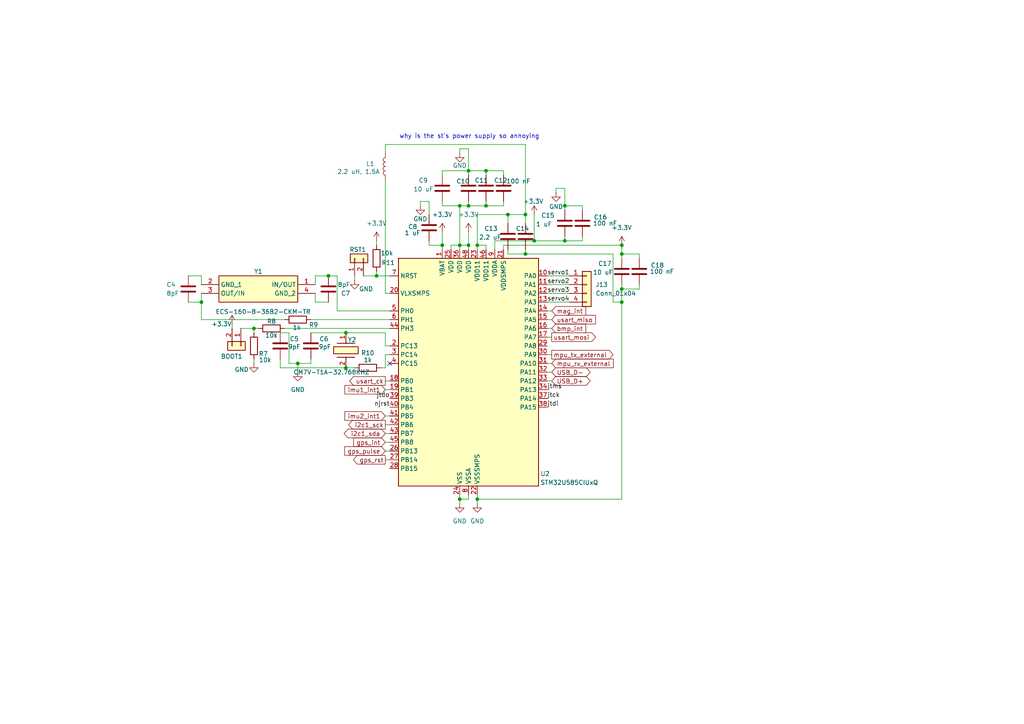
<source format=kicad_sch>
(kicad_sch (version 20250114) (generator "eeschema") (generator_version "9.0")
  (paper "A4")
  (lib_symbols
    (symbol "CM7V-T1A-32_768KHZ-9PF-10PPM-T:CM7V-T1A-32.768KHZ-9PF-10PPM-TA-QC" (pin_names (hide yes))
      (property "Reference" "Y" (at 8.89 6.35 0))
      (property "Value" "CM7V-T1A-32.768KHZ-9PF-10PPM-TA-QC" (at 8.89 3.81 0))
      (symbol "CM7V-T1A-32.768KHZ-9PF-10PPM-TA-QC_1_1"
        (polyline (pts (xy 3.048 2.54) (xy 3.048 -2.54)) (stroke (width 0.254)))
        (polyline (pts (xy 3.048 0) (xy 2.54 0)) (stroke (width 0.254)))
        (rectangle (start 4.064 3.556) (end 6.096 -3.556) (stroke (width 0.254)) (fill (type background)))
        (polyline (pts (xy 7.112 2.54) (xy 7.112 -2.54)) (stroke (width 0.254)))
        (polyline (pts (xy 7.112 0) (xy 7.62 0)) (stroke (width 0.254)))
        (pin passive line (at 0 0 0) (length 2.54) (name "1") (number "1"))
        (pin passive line (at 10.16 0 180) (length 2.54) (name "2") (number "2"))
      )
    )
    (symbol "Connector_Generic:Conn_01x02" (pin_names (offset 1.016) (hide yes))
      (property "Reference" "J" (at 0 2.54 0))
      (property "Value" "Conn_01x02" (at 0 -5.08 0))
      (symbol "Conn_01x02_1_1"
        (rectangle (start -1.27 1.27) (end 1.27 -3.81) (stroke (width 0.254)) (fill (type background)))
        (rectangle (start -1.27 0.127) (end 0 -0.127) (stroke (width 0.1524)))
        (rectangle (start -1.27 -2.413) (end 0 -2.667) (stroke (width 0.1524)))
        (pin passive line (at -5.08 0 0) (length 3.81) (name "Pin_1") (number "1"))
        (pin passive line (at -5.08 -2.54 0) (length 3.81) (name "Pin_2") (number "2"))
      )
    )
    (symbol "Connector_Generic:Conn_01x04" (pin_names (offset 1.016) (hide yes))
      (property "Reference" "J" (at 0 5.08 0))
      (property "Value" "Conn_01x04" (at 0 -7.62 0))
      (symbol "Conn_01x04_1_1"
        (rectangle (start -1.27 3.81) (end 1.27 -6.35) (stroke (width 0.254)) (fill (type background)))
        (rectangle (start -1.27 2.667) (end 0 2.413) (stroke (width 0.1524)))
        (rectangle (start -1.27 0.127) (end 0 -0.127) (stroke (width 0.1524)))
        (rectangle (start -1.27 -2.413) (end 0 -2.667) (stroke (width 0.1524)))
        (rectangle (start -1.27 -4.953) (end 0 -5.207) (stroke (width 0.1524)))
        (pin passive line (at -5.08 2.54 0) (length 3.81) (name "Pin_1") (number "1"))
        (pin passive line (at -5.08 0 0) (length 3.81) (name "Pin_2") (number "2"))
        (pin passive line (at -5.08 -2.54 0) (length 3.81) (name "Pin_3") (number "3"))
        (pin passive line (at -5.08 -5.08 0) (length 3.81) (name "Pin_4") (number "4"))
      )
    )
    (symbol "Device:C" (pin_numbers (hide yes)) (pin_names (offset 0.254))
      (property "Reference" "C" (at 0.635 2.54 0))
      (property "Value" "C" (at 0.635 -2.54 0))
      (symbol "C_0_1"
        (polyline (pts (xy -2.032 0.762) (xy 2.032 0.762)) (stroke (width 0.508)))
        (polyline (pts (xy -2.032 -0.762) (xy 2.032 -0.762)) (stroke (width 0.508)))
      )
      (symbol "C_1_1"
        (pin passive line (at 0 3.81 270) (length 2.794) (name "~") (number "1"))
        (pin passive line (at 0 -3.81 90) (length 2.794) (name "~") (number "2"))
      )
    )
    (symbol "Device:L" (pin_numbers (hide yes)) (pin_names (offset 1.016) (hide yes))
      (property "Reference" "L" (at -1.27 0 90))
      (property "Value" "L" (at 1.905 0 90))
      (symbol "L_0_1"
        (arc (start 0 2.54) (mid 0.6323 1.905) (end 0 1.27))
        (arc (start 0 1.27) (mid 0.6323 0.635) (end 0 0))
        (arc (start 0 0) (mid 0.6323 -0.635) (end 0 -1.27))
        (arc (start 0 -1.27) (mid 0.6323 -1.905) (end 0 -2.54))
      )
      (symbol "L_1_1"
        (pin passive line (at 0 3.81 270) (length 1.27) (name "1") (number "1"))
        (pin passive line (at 0 -3.81 90) (length 1.27) (name "2") (number "2"))
      )
    )
    (symbol "Device:R" (pin_numbers (hide yes)) (pin_names (offset 0))
      (property "Reference" "R" (at 2.032 0 90))
      (property "Value" "R" (at 0 0 90))
      (symbol "R_0_1"
        (rectangle (start -1.016 -2.54) (end 1.016 2.54) (stroke (width 0.254)))
      )
      (symbol "R_1_1"
        (pin passive line (at 0 3.81 270) (length 1.27) (name "~") (number "1"))
        (pin passive line (at 0 -3.81 90) (length 1.27) (name "~") (number "2"))
      )
    )
    (symbol "ECS-160-8-36B2-CKM-TR:ECS-160-8-36B2-CKM-TR"
      (property "Reference" "Y" (at 29.21 7.62 0))
      (property "Value" "ECS-160-8-36B2-CKM-TR" (at 29.21 5.08 0))
      (symbol "ECS-160-8-36B2-CKM-TR_1_1"
        (rectangle (start 5.08 2.54) (end 27.94 -5.08) (stroke (width 0.254)) (fill (type background)))
        (pin passive line (at 0 0 0) (length 5.08) (name "GND_2") (number "4"))
        (pin passive line (at 0 -2.54 0) (length 5.08) (name "IN/OUT") (number "1"))
        (pin passive line (at 33.02 0 180) (length 5.08) (name "OUT/IN") (number "3"))
        (pin passive line (at 33.02 -2.54 180) (length 5.08) (name "GND_1") (number "2"))
      )
    )
    (symbol "MCU_ST_STM32U5:STM32U585CIUxQ"
      (property "Reference" "U" (at -20.32 34.29 0))
      (property "Value" "STM32U585CIUxQ" (at 12.7 34.29 0))
      (symbol "STM32U585CIUxQ_0_1"
        (rectangle (start -20.32 -33.02) (end 20.32 33.02) (stroke (width 0.254)) (fill (type background)))
      )
      (symbol "STM32U585CIUxQ_1_1"
        (pin input line (at -22.86 27.94 0) (length 2.54) (name "NRST") (number "7"))
        (pin power_in line (at -22.86 22.86 0) (length 2.54) (name "VLXSMPS") (number "20"))
        (pin bidirectional line (at -22.86 17.78 0) (length 2.54) (name "PH0") (number "5"))
        (pin bidirectional line (at -22.86 15.24 0) (length 2.54) (name "PH1") (number "6"))
        (pin bidirectional line (at -22.86 12.7 0) (length 2.54) (name "PH3") (number "44"))
        (pin bidirectional line (at -22.86 7.62 0) (length 2.54) (name "PC13") (number "2"))
        (pin bidirectional line (at -22.86 5.08 0) (length 2.54) (name "PC14") (number "3"))
        (pin bidirectional line (at -22.86 2.54 0) (length 2.54) (name "PC15") (number "4"))
        (pin bidirectional line (at -22.86 -2.54 0) (length 2.54) (name "PB0") (number "18"))
        (pin bidirectional line (at -22.86 -5.08 0) (length 2.54) (name "PB1") (number "19"))
        (pin bidirectional line (at -22.86 -7.62 0) (length 2.54) (name "PB3") (number "39"))
        (pin bidirectional line (at -22.86 -10.16 0) (length 2.54) (name "PB4") (number "40"))
        (pin bidirectional line (at -22.86 -12.7 0) (length 2.54) (name "PB5") (number "41"))
        (pin bidirectional line (at -22.86 -15.24 0) (length 2.54) (name "PB6") (number "42"))
        (pin bidirectional line (at -22.86 -17.78 0) (length 2.54) (name "PB7") (number "43"))
        (pin bidirectional line (at -22.86 -20.32 0) (length 2.54) (name "PB8") (number "45"))
        (pin bidirectional line (at -22.86 -22.86 0) (length 2.54) (name "PB13") (number "26"))
        (pin bidirectional line (at -22.86 -25.4 0) (length 2.54) (name "PB14") (number "27"))
        (pin bidirectional line (at -22.86 -27.94 0) (length 2.54) (name "PB15") (number "28"))
        (pin power_in line (at -7.62 35.56 270) (length 2.54) (name "VBAT") (number "1"))
        (pin power_in line (at -5.08 35.56 270) (length 2.54) (name "VDD") (number "25"))
        (pin power_in line (at -2.54 35.56 270) (length 2.54) (name "VDD") (number "36"))
        (pin power_in line (at -2.54 -35.56 90) (length 2.54) (name "VSS") (number "24"))
        (pin passive line (at -2.54 -35.56 90) (length 2.54) (hide yes) (name "VSS") (number "35"))
        (pin passive line (at -2.54 -35.56 90) (length 2.54) (hide yes) (name "VSS") (number "47"))
        (pin passive line (at -2.54 -35.56 90) (length 2.54) (hide yes) (name "VSS") (number "49"))
        (pin power_in line (at 0 35.56 270) (length 2.54) (name "VDD") (number "48"))
        (pin power_in line (at 0 -35.56 90) (length 2.54) (name "VSSA") (number "8"))
        (pin power_in line (at 2.54 35.56 270) (length 2.54) (name "VDD11") (number "23"))
        (pin power_in line (at 2.54 -35.56 90) (length 2.54) (name "VSSSMPS") (number "22"))
        (pin power_in line (at 5.08 35.56 270) (length 2.54) (name "VDD11") (number "46"))
        (pin power_in line (at 7.62 35.56 270) (length 2.54) (name "VDDA") (number "9"))
        (pin power_in line (at 10.16 35.56 270) (length 2.54) (name "VDDSMPS") (number "21"))
        (pin bidirectional line (at 22.86 27.94 180) (length 2.54) (name "PA0") (number "10"))
        (pin bidirectional line (at 22.86 25.4 180) (length 2.54) (name "PA1") (number "11"))
        (pin bidirectional line (at 22.86 22.86 180) (length 2.54) (name "PA2") (number "12"))
        (pin bidirectional line (at 22.86 20.32 180) (length 2.54) (name "PA3") (number "13"))
        (pin bidirectional line (at 22.86 17.78 180) (length 2.54) (name "PA4") (number "14"))
        (pin bidirectional line (at 22.86 15.24 180) (length 2.54) (name "PA5") (number "15"))
        (pin bidirectional line (at 22.86 12.7 180) (length 2.54) (name "PA6") (number "16"))
        (pin bidirectional line (at 22.86 10.16 180) (length 2.54) (name "PA7") (number "17"))
        (pin bidirectional line (at 22.86 7.62 180) (length 2.54) (name "PA8") (number "29"))
        (pin bidirectional line (at 22.86 5.08 180) (length 2.54) (name "PA9") (number "30"))
        (pin bidirectional line (at 22.86 2.54 180) (length 2.54) (name "PA10") (number "31"))
        (pin bidirectional line (at 22.86 0 180) (length 2.54) (name "PA11") (number "32"))
        (pin bidirectional line (at 22.86 -2.54 180) (length 2.54) (name "PA12") (number "33"))
        (pin bidirectional line (at 22.86 -5.08 180) (length 2.54) (name "PA13") (number "34"))
        (pin bidirectional line (at 22.86 -7.62 180) (length 2.54) (name "PA14") (number "37"))
        (pin bidirectional line (at 22.86 -10.16 180) (length 2.54) (name "PA15") (number "38"))
      )
    )
    (symbol "power:+3.3V" (power) (pin_numbers (hide yes)) (pin_names (offset 0) (hide yes))
      (property "Value" "+3.3V" (at 0 3.556 0))
      (symbol "+3.3V_0_1"
        (polyline (pts (xy -0.762 1.27) (xy 0 2.54)))
        (polyline (pts (xy 0 2.54) (xy 0.762 1.27)))
        (polyline (pts (xy 0 0) (xy 0 2.54)))
      )
      (symbol "+3.3V_1_1"
        (pin power_in line (at 0 0 90) (length 0) (name "~") (number "1"))
      )
    )
    (symbol "power:GND" (power) (pin_numbers (hide yes)) (pin_names (offset 0) (hide yes))
      (property "Value" "GND" (at 0 -3.81 0))
      (symbol "GND_0_1"
        (polyline (pts (xy 0 0) (xy 0 -1.27) (xy 1.27 -1.27) (xy 0 -2.54) (xy -1.27 -1.27) (xy 0 -1.27)))
      )
      (symbol "GND_1_1"
        (pin power_in line (at 0 0 270) (length 0) (name "~") (number "1"))
      )
    )
  )
  (text "why is the st's power supply so annoying" (at 136.144 39.624 0) (effects (font (size 1.27 1.27))))
  (junction (at 140.97 49.53))
  (junction (at 100.33 106.68))
  (junction (at 135.89 59.69))
  (junction (at 133.35 59.69))
  (junction (at 163.83 59.69))
  (junction (at 154.94 69.85))
  (junction (at 135.89 71.12))
  (junction (at 138.43 71.12))
  (junction (at 73.66 95.25))
  (junction (at 180.34 87.63))
  (junction (at 180.34 73.66))
  (junction (at 109.22 80.01))
  (junction (at 138.43 144.78))
  (junction (at 147.32 62.23))
  (junction (at 128.27 71.12))
  (junction (at 58.42 87.63))
  (junction (at 86.36 105.41))
  (junction (at 133.35 71.12))
  (junction (at 95.25 80.01))
  (junction (at 140.97 59.69))
  (junction (at 180.34 83.82))
  (junction (at 135.89 49.53))
  (junction (at 100.33 96.52))
  (junction (at 180.34 71.12))
  (junction (at 133.35 144.78))
  (junction (at 163.83 69.85))
  (junction (at 152.4 73.66))
  (junction (at 152.4 62.23))
  (no_connect (at 113.03 105.41))
  (wire (pts (xy 58.42 80.01) (xy 58.42 82.55)))
  (wire (pts (xy 124.46 69.85) (xy 124.46 71.12)))
  (wire (pts (xy 58.42 92.71) (xy 82.55 92.71)))
  (wire (pts (xy 109.22 69.85) (xy 109.22 71.12)))
  (wire (pts (xy 111.76 133.35) (xy 113.03 133.35)))
  (wire (pts (xy 90.17 92.71) (xy 113.03 92.71)))
  (wire (pts (xy 158.75 105.41) (xy 160.02 105.41)))
  (wire (pts (xy 140.97 49.53) (xy 146.05 49.53)))
  (wire (pts (xy 81.28 106.68) (xy 100.33 106.68)))
  (wire (pts (xy 138.43 143.51) (xy 138.43 144.78)))
  (wire (pts (xy 158.75 95.25) (xy 160.02 95.25)))
  (wire (pts (xy 86.36 105.41) (xy 90.17 105.41)))
  (wire (pts (xy 111.76 44.45) (xy 111.76 41.91)))
  (wire (pts (xy 163.83 69.85) (xy 168.91 69.85)))
  (wire (pts (xy 135.89 59.69) (xy 135.89 58.42)))
  (wire (pts (xy 90.17 96.52) (xy 100.33 96.52)))
  (wire (pts (xy 152.4 73.66) (xy 152.4 72.39)))
  (wire (pts (xy 185.42 74.93) (xy 185.42 73.66)))
  (wire (pts (xy 146.05 71.12) (xy 146.05 72.39)))
  (wire (pts (xy 111.76 128.27) (xy 113.03 128.27)))
  (wire (pts (xy 121.92 59.69) (xy 121.92 58.42)))
  (wire (pts (xy 111.76 125.73) (xy 113.03 125.73)))
  (wire (pts (xy 168.91 69.85) (xy 168.91 68.58)))
  (wire (pts (xy 128.27 49.53) (xy 135.89 49.53)))
  (wire (pts (xy 91.44 80.01) (xy 95.25 80.01)))
  (wire (pts (xy 133.35 59.69) (xy 133.35 71.12)))
  (wire (pts (xy 95.25 80.01) (xy 97.79 80.01)))
  (wire (pts (xy 111.76 113.03) (xy 113.03 113.03)))
  (wire (pts (xy 158.75 80.01) (xy 165.1 80.01)))
  (wire (pts (xy 109.22 80.01) (xy 113.03 80.01)))
  (wire (pts (xy 158.75 85.09) (xy 165.1 85.09)))
  (wire (pts (xy 180.34 73.66) (xy 180.34 74.93)))
  (wire (pts (xy 147.32 64.77) (xy 147.32 62.23)))
  (wire (pts (xy 73.66 95.25) (xy 74.93 95.25)))
  (wire (pts (xy 138.43 144.78) (xy 138.43 146.05)))
  (wire (pts (xy 158.75 107.95) (xy 160.02 107.95)))
  (wire (pts (xy 152.4 41.91) (xy 152.4 62.23)))
  (wire (pts (xy 90.17 104.14) (xy 90.17 105.41)))
  (wire (pts (xy 158.75 97.79) (xy 160.02 97.79)))
  (wire (pts (xy 146.05 49.53) (xy 146.05 50.8)))
  (wire (pts (xy 180.34 83.82) (xy 185.42 83.82)))
  (wire (pts (xy 133.35 143.51) (xy 133.35 144.78)))
  (wire (pts (xy 138.43 144.78) (xy 180.34 144.78)))
  (wire (pts (xy 97.79 80.01) (xy 97.79 90.17)))
  (wire (pts (xy 152.4 62.23) (xy 152.4 64.77)))
  (wire (pts (xy 163.83 69.85) (xy 163.83 68.58)))
  (wire (pts (xy 180.34 87.63) (xy 180.34 144.78)))
  (wire (pts (xy 111.76 96.52) (xy 111.76 100.33)))
  (wire (pts (xy 128.27 50.8) (xy 128.27 49.53)))
  (wire (pts (xy 158.75 102.87) (xy 160.02 102.87)))
  (wire (pts (xy 86.36 105.41) (xy 86.36 107.95)))
  (wire (pts (xy 109.22 78.74) (xy 109.22 80.01)))
  (wire (pts (xy 138.43 72.39) (xy 138.43 71.12)))
  (wire (pts (xy 161.29 54.61) (xy 163.83 54.61)))
  (wire (pts (xy 138.43 62.23) (xy 147.32 62.23)))
  (wire (pts (xy 102.87 80.01) (xy 102.87 81.28)))
  (wire (pts (xy 73.66 104.14) (xy 73.66 105.41)))
  (wire (pts (xy 143.51 72.39) (xy 143.51 69.85)))
  (wire (pts (xy 140.97 59.69) (xy 140.97 58.42)))
  (wire (pts (xy 180.34 71.12) (xy 180.34 73.66)))
  (wire (pts (xy 97.79 90.17) (xy 113.03 90.17)))
  (wire (pts (xy 180.34 83.82) (xy 180.34 87.63)))
  (wire (pts (xy 121.92 58.42) (xy 124.46 58.42)))
  (wire (pts (xy 135.89 59.69) (xy 140.97 59.69)))
  (wire (pts (xy 140.97 59.69) (xy 146.05 59.69)))
  (wire (pts (xy 111.76 85.09) (xy 113.03 85.09)))
  (wire (pts (xy 185.42 82.55) (xy 185.42 83.82)))
  (wire (pts (xy 133.35 144.78) (xy 135.89 144.78)))
  (wire (pts (xy 147.32 73.66) (xy 152.4 73.66)))
  (wire (pts (xy 152.4 73.66) (xy 177.8 73.66)))
  (wire (pts (xy 111.76 106.68) (xy 111.76 102.87)))
  (wire (pts (xy 111.76 102.87) (xy 113.03 102.87)))
  (wire (pts (xy 135.89 49.53) (xy 135.89 50.8)))
  (wire (pts (xy 130.81 72.39) (xy 130.81 71.12)))
  (wire (pts (xy 163.83 60.96) (xy 163.83 59.69)))
  (wire (pts (xy 54.61 87.63) (xy 58.42 87.63)))
  (wire (pts (xy 91.44 80.01) (xy 91.44 82.55)))
  (wire (pts (xy 138.43 71.12) (xy 140.97 71.12)))
  (wire (pts (xy 82.55 95.25) (xy 113.03 95.25)))
  (wire (pts (xy 163.83 59.69) (xy 168.91 59.69)))
  (wire (pts (xy 105.41 80.01) (xy 109.22 80.01)))
  (wire (pts (xy 185.42 73.66) (xy 180.34 73.66)))
  (wire (pts (xy 147.32 72.39) (xy 147.32 73.66)))
  (wire (pts (xy 180.34 82.55) (xy 180.34 83.82)))
  (wire (pts (xy 147.32 62.23) (xy 152.4 62.23)))
  (wire (pts (xy 161.29 55.88) (xy 161.29 54.61)))
  (wire (pts (xy 81.28 96.52) (xy 83.82 96.52)))
  (wire (pts (xy 146.05 71.12) (xy 180.34 71.12)))
  (wire (pts (xy 133.35 146.05) (xy 133.35 144.78)))
  (wire (pts (xy 73.66 95.25) (xy 73.66 96.52)))
  (wire (pts (xy 133.35 72.39) (xy 133.35 71.12)))
  (wire (pts (xy 111.76 41.91) (xy 152.4 41.91)))
  (wire (pts (xy 177.8 87.63) (xy 180.34 87.63)))
  (wire (pts (xy 158.75 110.49) (xy 160.02 110.49)))
  (wire (pts (xy 158.75 82.55) (xy 165.1 82.55)))
  (wire (pts (xy 135.89 71.12) (xy 135.89 72.39)))
  (wire (pts (xy 81.28 104.14) (xy 81.28 106.68)))
  (wire (pts (xy 111.76 130.81) (xy 113.03 130.81)))
  (wire (pts (xy 83.82 105.41) (xy 86.36 105.41)))
  (wire (pts (xy 133.35 44.45) (xy 133.35 43.18)))
  (wire (pts (xy 128.27 58.42) (xy 128.27 59.69)))
  (wire (pts (xy 69.85 95.25) (xy 73.66 95.25)))
  (wire (pts (xy 154.94 69.85) (xy 163.83 69.85)))
  (wire (pts (xy 111.76 120.65) (xy 113.03 120.65)))
  (wire (pts (xy 135.89 143.51) (xy 135.89 144.78)))
  (wire (pts (xy 100.33 106.68) (xy 102.87 106.68)))
  (wire (pts (xy 133.35 59.69) (xy 135.89 59.69)))
  (wire (pts (xy 111.76 52.07) (xy 111.76 85.09)))
  (wire (pts (xy 130.81 71.12) (xy 133.35 71.12)))
  (wire (pts (xy 100.33 96.52) (xy 111.76 96.52)))
  (wire (pts (xy 58.42 87.63) (xy 58.42 92.71)))
  (wire (pts (xy 110.49 106.68) (xy 111.76 106.68)))
  (wire (pts (xy 154.94 62.23) (xy 154.94 69.85)))
  (wire (pts (xy 177.8 73.66) (xy 177.8 87.63)))
  (wire (pts (xy 140.97 71.12) (xy 140.97 72.39)))
  (wire (pts (xy 124.46 58.42) (xy 124.46 62.23)))
  (wire (pts (xy 143.51 69.85) (xy 154.94 69.85)))
  (wire (pts (xy 58.42 87.63) (xy 58.42 85.09)))
  (wire (pts (xy 146.05 59.69) (xy 146.05 58.42)))
  (wire (pts (xy 158.75 90.17) (xy 160.02 90.17)))
  (wire (pts (xy 140.97 49.53) (xy 140.97 50.8)))
  (wire (pts (xy 138.43 71.12) (xy 138.43 62.23)))
  (wire (pts (xy 133.35 43.18) (xy 135.89 43.18)))
  (wire (pts (xy 67.31 93.98) (xy 67.31 95.25)))
  (wire (pts (xy 128.27 71.12) (xy 128.27 72.39)))
  (wire (pts (xy 113.03 100.33) (xy 111.76 100.33)))
  (wire (pts (xy 111.76 110.49) (xy 113.03 110.49)))
  (wire (pts (xy 158.75 87.63) (xy 165.1 87.63)))
  (wire (pts (xy 128.27 59.69) (xy 133.35 59.69)))
  (wire (pts (xy 163.83 54.61) (xy 163.83 59.69)))
  (wire (pts (xy 128.27 67.31) (xy 128.27 71.12)))
  (wire (pts (xy 91.44 87.63) (xy 91.44 85.09)))
  (wire (pts (xy 158.75 92.71) (xy 160.02 92.71)))
  (wire (pts (xy 54.61 80.01) (xy 58.42 80.01)))
  (wire (pts (xy 135.89 49.53) (xy 140.97 49.53)))
  (wire (pts (xy 135.89 43.18) (xy 135.89 49.53)))
  (wire (pts (xy 83.82 96.52) (xy 83.82 105.41)))
  (wire (pts (xy 168.91 59.69) (xy 168.91 60.96)))
  (wire (pts (xy 111.76 123.19) (xy 113.03 123.19)))
  (wire (pts (xy 91.44 87.63) (xy 95.25 87.63)))
  (wire (pts (xy 135.89 67.31) (xy 135.89 71.12)))
  (wire (pts (xy 124.46 71.12) (xy 128.27 71.12)))
  (wire (pts (xy 133.35 71.12) (xy 135.89 71.12)))
  (label "jtdo" (at 113.03 115.57 180))
  (label "njrst" (at 113.03 118.11 180))
  (label "servo2" (at 158.75 82.55 0))
  (label "jtck" (at 158.75 115.57 0))
  (label "servo3" (at 158.75 85.09 0))
  (label "servo1" (at 158.75 80.01 0))
  (label "jtms" (at 158.75 113.03 0))
  (label "jtdi" (at 158.75 118.11 0))
  (label "servo4" (at 158.75 87.63 0))
  (global_label "usart_miso" (shape input) (at 160.02 92.71 0) (property "Intersheetrefs" "${INTERSHEET_REFS}" (effects (hide yes))))
  (global_label "i2c1_sck" (shape output) (at 111.76 123.19 180) (property "Intersheetrefs" "${INTERSHEET_REFS}" (effects (hide yes))))
  (global_label "usart_ck" (shape output) (at 111.76 110.49 180) (property "Intersheetrefs" "${INTERSHEET_REFS}" (effects (hide yes))))
  (global_label "mpu_tx_external" (shape output) (at 160.02 102.87 0) (property "Intersheetrefs" "${INTERSHEET_REFS}" (effects (hide yes))))
  (global_label "i2c1_sda" (shape bidirectional) (at 111.76 125.73 180) (property "Intersheetrefs" "${INTERSHEET_REFS}" (effects (hide yes))))
  (global_label "USB_D-" (shape bidirectional) (at 160.02 107.95 0) (property "Intersheetrefs" "${INTERSHEET_REFS}" (effects (hide yes))))
  (global_label "gps_rst" (shape output) (at 111.76 133.35 180) (property "Intersheetrefs" "${INTERSHEET_REFS}" (effects (hide yes))))
  (global_label "imu2_int1" (shape input) (at 111.76 120.65 180) (property "Intersheetrefs" "${INTERSHEET_REFS}" (effects (hide yes))))
  (global_label "mpu_rx_external" (shape input) (at 160.02 105.41 0) (property "Intersheetrefs" "${INTERSHEET_REFS}" (effects (hide yes))))
  (global_label "imu1_int1" (shape input) (at 111.76 113.03 180) (property "Intersheetrefs" "${INTERSHEET_REFS}" (effects (hide yes))))
  (global_label "USB_D+" (shape bidirectional) (at 160.02 110.49 0) (property "Intersheetrefs" "${INTERSHEET_REFS}" (effects (hide yes))))
  (global_label "usart_mosi" (shape output) (at 160.02 97.79 0) (property "Intersheetrefs" "${INTERSHEET_REFS}" (effects (hide yes))))
  (global_label "mag_int" (shape input) (at 160.02 90.17 0) (property "Intersheetrefs" "${INTERSHEET_REFS}" (effects (hide yes))))
  (global_label "gps_int" (shape input) (at 111.76 128.27 180) (property "Intersheetrefs" "${INTERSHEET_REFS}" (effects (hide yes))))
  (global_label "bmp_int" (shape input) (at 160.02 95.25 0) (property "Intersheetrefs" "${INTERSHEET_REFS}" (effects (hide yes))))
  (global_label "gps_pulse" (shape input) (at 111.76 130.81 180) (property "Intersheetrefs" "${INTERSHEET_REFS}" (effects (hide yes))))
  (symbol (lib_id "power:GND") (at 133.35 146.05 0) (unit 1)
    (property "Reference" "#PWR024" (effects (hide yes)))
    (property "Value" "GND" (at 133.35 151.13 0))
    (property "Description" "Power symbol creates a global label with name \"GND\" , ground" (effects (hide yes)))
  )
  (symbol (lib_id "Device:C") (at 124.46 66.04 0) (unit 1)
    (property "Reference" "C8" (at 118.364 65.786 0) (effects (justify left)))
    (property "Value" "1 uF" (at 117.348 67.564 0) (effects (justify left)))
    (property "Footprint" "Capacitor_SMD:C_0603_1608Metric" (effects (hide yes)))
    (property "Description" "Unpolarized capacitor" (effects (hide yes)))
  )
  (symbol (lib_id "Device:C") (at 147.32 68.58 0) (unit 1)
    (property "Reference" "C13" (at 140.462 66.294 0) (effects (justify left)))
    (property "Value" "2.2 uF" (at 138.938 68.834 0) (effects (justify left)))
    (property "Footprint" "Capacitor_SMD:C_0603_1608Metric" (effects (hide yes)))
    (property "Description" "Unpolarized capacitor" (effects (hide yes)))
  )
  (symbol (lib_id "Device:C") (at 54.61 83.82 180) (unit 1)
    (property "Reference" "C4" (at 48.26 82.55 0) (effects (justify right)))
    (property "Value" "8pF" (at 48.26 85.09 0) (effects (justify right)))
    (property "Footprint" "Capacitor_SMD:C_0402_1005Metric" (effects (hide yes)))
    (property "Description" "Unpolarized capacitor" (effects (hide yes)))
  )
  (symbol (lib_id "Device:R") (at 86.36 92.71 90) (unit 1)
    (property "Reference" "R9" (at 90.932 94.234 90))
    (property "Value" "1k" (at 86.106 94.996 90))
    (property "Footprint" "Resistor_SMD:R_0402_1005Metric" (effects (hide yes)))
    (property "Description" "Resistor" (effects (hide yes)))
  )
  (symbol (lib_id "power:+3.3V") (at 135.89 67.31 0) (unit 1)
    (property "Reference" "#PWR025" (effects (hide yes)))
    (property "Value" "+3.3V" (at 135.89 62.23 0))
    (property "Description" "Power symbol creates a global label with name \"+3.3V\"" (effects (hide yes)))
  )
  (symbol (lib_id "Device:C") (at 135.89 54.61 0) (unit 1)
    (property "Reference" "C10" (at 132.334 52.578 0) (effects (justify left)))
    (property "Value" "100 nF" (at 146.812 52.578 0) (effects (justify left)))
    (property "Footprint" "Capacitor_SMD:C_0402_1005Metric" (effects (hide yes)))
    (property "Description" "Unpolarized capacitor" (effects (hide yes)))
  )
  (symbol (lib_id "power:GND") (at 121.92 59.69 0) (unit 1)
    (property "Reference" "#PWR021" (effects (hide yes)))
    (property "Value" "GND" (at 121.92 63.5 0))
    (property "Description" "Power symbol creates a global label with name \"GND\" , ground" (effects (hide yes)))
  )
  (symbol (lib_id "power:GND") (at 138.43 146.05 0) (unit 1)
    (property "Reference" "#PWR026" (effects (hide yes)))
    (property "Value" "GND" (at 138.43 151.13 0))
    (property "Description" "Power symbol creates a global label with name \"GND\" , ground" (effects (hide yes)))
  )
  (symbol (lib_id "Device:C") (at 128.27 54.61 0) (unit 1)
    (property "Reference" "C9" (at 121.412 52.324 0) (effects (justify left)))
    (property "Value" "10 uF" (at 119.888 54.864 0) (effects (justify left)))
    (property "Footprint" "Capacitor_SMD:C_0603_1608Metric" (effects (hide yes)))
    (property "Description" "Unpolarized capacitor" (effects (hide yes)))
  )
  (symbol (lib_id "Device:R") (at 78.74 95.25 90) (unit 1)
    (property "Reference" "R8" (at 78.74 93.218 90))
    (property "Value" "10k" (at 78.74 97.282 90))
    (property "Footprint" "Resistor_SMD:R_0402_1005Metric" (effects (hide yes)))
    (property "Description" "Resistor" (effects (hide yes)))
  )
  (symbol (lib_id "power:+3.3V") (at 109.22 69.85 0) (unit 1)
    (property "Reference" "#PWR020" (effects (hide yes)))
    (property "Value" "+3.3V" (at 109.22 64.77 0))
    (property "Description" "Power symbol creates a global label with name \"+3.3V\"" (effects (hide yes)))
  )
  (symbol (lib_id "Device:C") (at 185.42 78.74 0) (unit 1)
    (property "Reference" "C18" (at 188.722 76.962 0) (effects (justify left)))
    (property "Value" "100 nF" (at 188.468 78.74 0) (effects (justify left)))
    (property "Footprint" "Capacitor_SMD:C_0402_1005Metric" (effects (hide yes)))
    (property "Description" "Unpolarized capacitor" (effects (hide yes)))
  )
  (symbol (lib_id "Connector_Generic:Conn_01x04") (at 170.18 82.55 0) (unit 1)
    (property "Reference" "J13" (at 172.72 82.5499 0) (effects (justify left)))
    (property "Value" "Conn_01x04" (at 172.72 85.0899 0) (effects (justify left)))
    (property "Footprint" "Connector_PinHeader_2.54mm:PinHeader_1x04_P2.54mm_Vertical" (effects (hide yes)))
    (property "Description" "Generic connector, single row, 01x04, script generated (kicad-library-utils/schlib/autogen/connector/)" (effects (hide yes)))
  )
  (symbol (lib_id "Connector_Generic:Conn_01x02") (at 102.87 74.93 90) (unit 1)
    (property "Reference" "RST1" (at 101.346 72.39 90) (effects (justify right)))
    (property "Value" "Conn_01x02" (effects (hide yes)))
    (property "Footprint" "Connector_PinHeader_2.54mm:PinHeader_1x02_P2.54mm_Vertical" (effects (hide yes)))
    (property "Description" "Generic connector, single row, 01x02, script generated (kicad-library-utils/schlib/autogen/connector/)" (effects (hide yes)))
  )
  (symbol (lib_id "power:GND") (at 161.29 55.88 0) (unit 1)
    (property "Reference" "#PWR028" (effects (hide yes)))
    (property "Value" "GND" (at 161.29 59.944 0))
    (property "Description" "Power symbol creates a global label with name \"GND\" , ground" (effects (hide yes)))
  )
  (symbol (lib_id "Device:L") (at 111.76 48.26 180) (unit 1)
    (property "Reference" "L1" (at 106.172 47.498 0) (effects (justify right)))
    (property "Value" "2.2 uH, 1.5A" (at 97.79 49.784 0) (effects (justify right)))
    (property "Footprint" "footprints:INDC2520X120N" (effects (hide yes)))
    (property "Description" "Inductor" (effects (hide yes)))
  )
  (symbol (lib_id "Device:C") (at 168.91 64.77 0) (unit 1)
    (property "Reference" "C16" (at 172.212 62.992 0) (effects (justify left)))
    (property "Value" "100 nF" (at 171.958 64.77 0) (effects (justify left)))
    (property "Footprint" "Capacitor_SMD:C_0402_1005Metric" (effects (hide yes)))
    (property "Description" "Unpolarized capacitor" (effects (hide yes)))
  )
  (symbol (lib_id "power:GND") (at 73.66 105.41 0) (unit 1)
    (property "Reference" "#PWR017" (effects (hide yes)))
    (property "Value" "GND" (at 70.104 107.188 0))
    (property "Description" "Power symbol creates a global label with name \"GND\" , ground" (effects (hide yes)))
  )
  (symbol (lib_id "power:+3.3V") (at 154.94 62.23 0) (unit 1)
    (property "Reference" "#PWR027" (effects (hide yes)))
    (property "Value" "+3.3V" (at 154.686 58.42 0))
    (property "Description" "Power symbol creates a global label with name \"+3.3V\"" (effects (hide yes)))
  )
  (symbol (lib_id "power:+3.3V") (at 67.31 93.98 0) (unit 1)
    (property "Reference" "#PWR016" (effects (hide yes)))
    (property "Value" "+3.3V" (at 64.262 93.98 0))
    (property "Description" "Power symbol creates a global label with name \"+3.3V\"" (effects (hide yes)))
  )
  (symbol (lib_id "power:GND") (at 133.35 44.45 0) (unit 1)
    (property "Reference" "#PWR023" (effects (hide yes)))
    (property "Value" "GND" (at 133.35 48.006 0))
    (property "Description" "Power symbol creates a global label with name \"GND\" , ground" (effects (hide yes)))
  )
  (symbol (lib_id "Device:C") (at 140.97 54.61 0) (unit 1)
    (property "Reference" "C11" (at 137.668 52.324 0) (effects (justify left)))
    (property "Value" "100 nF" (effects (hide yes)))
    (property "Footprint" "Capacitor_SMD:C_0402_1005Metric" (effects (hide yes)))
    (property "Description" "Unpolarized capacitor" (effects (hide yes)))
  )
  (symbol (lib_id "Device:C") (at 163.83 64.77 0) (unit 1)
    (property "Reference" "C15" (at 156.972 62.484 0) (effects (justify left)))
    (property "Value" "1 uF" (at 155.448 65.024 0) (effects (justify left)))
    (property "Footprint" "Capacitor_SMD:C_0603_1608Metric" (effects (hide yes)))
    (property "Description" "Unpolarized capacitor" (effects (hide yes)))
  )
  (symbol (lib_id "power:+3.3V") (at 128.27 67.31 0) (unit 1)
    (property "Reference" "#PWR022" (effects (hide yes)))
    (property "Value" "+3.3V" (at 128.27 62.23 0))
    (property "Description" "Power symbol creates a global label with name \"+3.3V\"" (effects (hide yes)))
  )
  (symbol (lib_id "Device:R") (at 106.68 106.68 90) (unit 1)
    (property "Reference" "R10" (at 106.68 102.362 90))
    (property "Value" "1k" (at 106.68 104.394 90))
    (property "Footprint" "Resistor_SMD:R_0402_1005Metric" (effects (hide yes)))
    (property "Description" "Resistor" (effects (hide yes)))
  )
  (symbol (lib_id "Device:C") (at 152.4 68.58 0) (unit 1)
    (property "Reference" "C14" (at 149.606 66.294 0) (effects (justify left)))
    (property "Value" "2.2 uF" (effects (hide yes)))
    (property "Footprint" "Capacitor_SMD:C_0603_1608Metric" (effects (hide yes)))
    (property "Description" "Unpolarized capacitor" (effects (hide yes)))
  )
  (symbol (lib_id "Connector_Generic:Conn_01x02") (at 69.85 100.33 270) (unit 1)
    (property "Reference" "BOOT1" (at 70.358 103.378 90) (effects (justify right)))
    (property "Value" "Conn_01x02" (effects (hide yes)))
    (property "Footprint" "Connector_PinHeader_2.54mm:PinHeader_1x02_P2.54mm_Vertical" (effects (hide yes)))
    (property "Description" "Generic connector, single row, 01x02, script generated (kicad-library-utils/schlib/autogen/connector/)" (effects (hide yes)))
  )
  (symbol (lib_id "power:GND") (at 86.36 107.95 0) (unit 1)
    (property "Reference" "#PWR018" (effects (hide yes)))
    (property "Value" "GND" (at 86.36 113.03 0))
    (property "Description" "Power symbol creates a global label with name \"GND\" , ground" (effects (hide yes)))
  )
  (symbol (lib_id "Device:R") (at 73.66 100.33 180) (unit 1)
    (property "Reference" "R7" (at 77.724 102.616 0) (effects (justify left)))
    (property "Value" "10k" (at 78.74 104.394 0) (effects (justify left)))
    (property "Footprint" "Resistor_SMD:R_0402_1005Metric" (effects (hide yes)))
    (property "Description" "Resistor" (effects (hide yes)))
  )
  (symbol (lib_id "ECS-160-8-36B2-CKM-TR:ECS-160-8-36B2-CKM-TR") (at 91.44 85.09 180) (unit 1)
    (property "Reference" "Y1" (at 73.6599 78.74 0) (effects (justify right)))
    (property "Value" "ECS-160-8-36B2-CKM-TR" (at 62.484 90.424 0) (effects (justify right)))
    (property "Footprint" "footprints:ECS160836B2CKMTR" (effects (hide yes)))
    (property "Datasheet" "https://www.mouser.fr/datasheet/2/122/ECX_2236B2-2400583.pdf" (effects (hide yes)))
    (property "Description" "Crystals 16.000 MHz 8 pF +/-10 +/-10 -20 +70 C +/-2 ppm Max. ESR = 70" (effects (hide yes)))
    (property "Height" "0.6" (effects (hide yes)))
    (property "Mouser Part Number" "520-160-8-36B2-CKMTR" (effects (hide yes)))
    (property "Mouser Price/Stock" "https://www.mouser.co.uk/ProductDetail/ECS/ECS-160-8-36B2-CKM-TR?qs=QNEnbhJQKvaIQPndV3OLHg%3D%3D" (effects (hide yes)))
    (property "Manufacturer_Name" "ECS" (effects (hide yes)))
    (property "Manufacturer_Part_Number" "ECS-160-8-36B2-CKM-TR" (effects (hide yes)))
  )
  (symbol (lib_id "MCU_ST_STM32U5:STM32U585CIUxQ") (at 135.89 107.95 0) (unit 1)
    (property "Reference" "U2" (at 156.718 137.414 0) (effects (justify left)))
    (property "Value" "STM32U585CIUxQ" (at 156.718 139.954 0) (effects (justify left)))
    (property "Footprint" "Package_DFN_QFN:QFN-48-1EP_7x7mm_P0.5mm_EP5.6x5.6mm" (effects (hide yes)))
    (property "Datasheet" "https://www.st.com/resource/en/datasheet/stm32u585ci.pdf" (effects (hide yes)))
    (property "Description" "STMicroelectronics Arm Cortex-M33 MCU, 2048KB flash, 786KB RAM, 160 MHz, 1.71-3.6V, 33 GPIO, UFQFPN48" (effects (hide yes)))
  )
  (symbol (lib_id "CM7V-T1A-32_768KHZ-9PF-10PPM-T:CM7V-T1A-32.768KHZ-9PF-10PPM-TA-QC") (at 100.33 96.52 270) (unit 1)
    (property "Reference" "Y2" (at 100.838 98.552 90) (effects (justify left)))
    (property "Value" "CM7V-T1A-32.768KHZ" (at 85.09 107.95 90) (effects (justify left)))
    (property "Footprint" "footprints:CM7V32768TBQA020" (effects (hide yes)))
    (property "Datasheet" "https://www.microcrystal.com/fileadmin/Media/Products/32kHz/Datasheet/CM7V-T1A.pdf" (effects (hide yes)))
    (property "Description" "CRYSTAL 32.768KHZ SMD" (effects (hide yes)))
    (property "Height" "0.65" (effects (hide yes)))
    (property "Mouser Part Number" "428-201565-MG01" (effects (hide yes)))
    (property "Mouser Price/Stock" "https://www.mouser.co.uk/ProductDetail/Micro-Crystal/CM7V-T1A-32.768kHz-9pF-10PPM-TA-QC?qs=7bTaA%2FLYtSbcWt4HcA5rHA%3D%3D" (effects (hide yes)))
    (property "Manufacturer_Name" "Micro Crystal AG" (effects (hide yes)))
    (property "Manufacturer_Part_Number" "CM7V-T1A-32.768KHZ-9PF-10PPM-TA-QC" (effects (hide yes)))
  )
  (symbol (lib_id "Device:C") (at 81.28 100.33 0) (unit 1)
    (property "Reference" "C5" (at 85.344 98.298 0))
    (property "Value" "9pF" (at 85.344 100.584 0))
    (property "Footprint" "Capacitor_SMD:C_0402_1005Metric" (effects (hide yes)))
    (property "Description" "Unpolarized capacitor" (effects (hide yes)))
  )
  (symbol (lib_id "Device:C") (at 90.17 100.33 0) (unit 1)
    (property "Reference" "C6" (at 93.98 98.298 0))
    (property "Value" "9pF" (at 94.234 100.584 0))
    (property "Footprint" "Capacitor_SMD:C_0402_1005Metric" (effects (hide yes)))
    (property "Description" "Unpolarized capacitor" (effects (hide yes)))
  )
  (symbol (lib_id "Device:R") (at 109.22 74.93 180) (unit 1)
    (property "Reference" "R11" (at 114.554 76.2 0) (effects (justify left)))
    (property "Value" "10k" (at 114.046 73.406 0) (effects (justify left)))
    (property "Footprint" "Resistor_SMD:R_0402_1005Metric" (effects (hide yes)))
    (property "Description" "Resistor" (effects (hide yes)))
  )
  (symbol (lib_id "Device:C") (at 146.05 54.61 0) (unit 1)
    (property "Reference" "C12" (at 143.256 52.324 0) (effects (justify left)))
    (property "Value" "100 nF" (effects (hide yes)))
    (property "Footprint" "Capacitor_SMD:C_0402_1005Metric" (effects (hide yes)))
    (property "Description" "Unpolarized capacitor" (effects (hide yes)))
  )
  (symbol (lib_id "Device:C") (at 180.34 78.74 0) (unit 1)
    (property "Reference" "C17" (at 173.482 76.454 0) (effects (justify left)))
    (property "Value" "10 uF" (at 171.958 78.994 0) (effects (justify left)))
    (property "Footprint" "Capacitor_SMD:C_0603_1608Metric" (effects (hide yes)))
    (property "Description" "Unpolarized capacitor" (effects (hide yes)))
  )
  (symbol (lib_id "power:+3.3V") (at 180.34 71.12 0) (unit 1)
    (property "Reference" "#PWR030" (effects (hide yes)))
    (property "Value" "+3.3V" (at 180.34 66.04 0))
    (property "Description" "Power symbol creates a global label with name \"+3.3V\"" (effects (hide yes)))
  )
  (symbol (lib_id "power:GND") (at 102.87 81.28 0) (unit 1)
    (property "Reference" "#PWR019" (effects (hide yes)))
    (property "Value" "GND" (at 106.172 83.82 0))
    (property "Description" "Power symbol creates a global label with name \"GND\" , ground" (effects (hide yes)))
  )
  (symbol (lib_id "Device:C") (at 95.25 83.82 0) (unit 1)
    (property "Reference" "C7" (at 101.6 85.09 0) (effects (justify right)))
    (property "Value" "8pF" (at 101.6 82.55 0) (effects (justify right)))
    (property "Footprint" "Capacitor_SMD:C_0402_1005Metric" (effects (hide yes)))
    (property "Description" "Unpolarized capacitor" (effects (hide yes)))
  )
)
</source>
